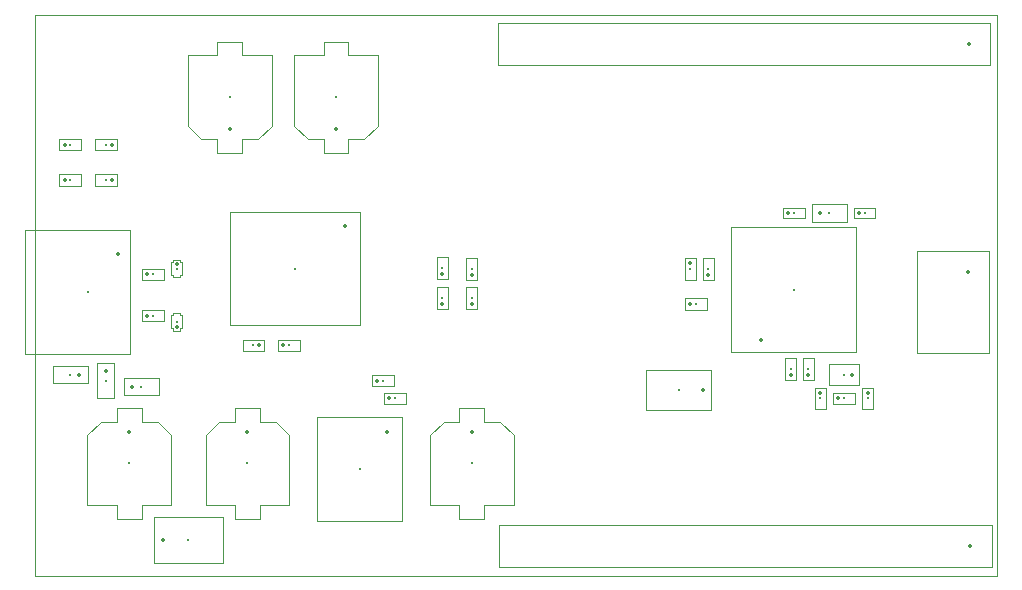
<source format=gbr>
%TF.GenerationSoftware,KiCad,Pcbnew,8.0.6*%
%TF.CreationDate,2025-04-05T02:41:31-04:00*%
%TF.ProjectId,intro_to_pcb,696e7472-6f5f-4746-9f5f-7063622e6b69,rev?*%
%TF.SameCoordinates,Original*%
%TF.FileFunction,Component,L1,Top*%
%TF.FilePolarity,Positive*%
%FSLAX46Y46*%
G04 Gerber Fmt 4.6, Leading zero omitted, Abs format (unit mm)*
G04 Created by KiCad (PCBNEW 8.0.6) date 2025-04-05 02:41:31*
%MOMM*%
%LPD*%
G01*
G04 APERTURE LIST*
%TA.AperFunction,ComponentMain*%
%ADD10C,0.300000*%
%TD*%
%TA.AperFunction,ComponentOutline,Courtyard*%
%ADD11C,0.100000*%
%TD*%
%TA.AperFunction,ComponentPin*%
%ADD12P,0.360000X4X0.000000*%
%TD*%
%TA.AperFunction,ComponentPin*%
%ADD13C,0.100000*%
%TD*%
%TA.AperFunction,Profile*%
%ADD14C,0.050000*%
%TD*%
G04 APERTURE END LIST*
D10*
%TO.C,J1*%
%TO.CFtp,USB_C_Receptacle_Palconn_UTC16-G*%
%TO.CVal,USB_C_Receptacle_USB2.0_16P*%
%TO.CLbN,Connector_USB*%
%TO.CMnt,SMD*%
%TO.CRot,-90*%
X106500000Y-123000000D03*
D11*
X110089999Y-117730001D02*
X110089999Y-128269999D01*
X101160001Y-128269999D01*
X101160001Y-117730001D01*
X110089999Y-117730001D01*
D12*
%TO.P,J1,A1,GND*%
X109010000Y-119800000D03*
D13*
%TO.P,J1,S1,SHIELD*%
X104260000Y-127320000D03*
X108430000Y-127320000D03*
X104260000Y-118680000D03*
X108430000Y-118680000D03*
%TO.P,J1,B12,GND*%
X109010000Y-119800000D03*
%TO.P,J1,B9,VBUS*%
X109010000Y-120600000D03*
%TO.P,J1,B8,SBU2*%
X109010000Y-121250000D03*
%TO.P,J1,B7,D-*%
X109010000Y-122250000D03*
%TO.P,J1,B6,D+*%
X109010000Y-123750000D03*
%TO.P,J1,B5,CC2*%
X109010000Y-124750000D03*
%TO.P,J1,B4,VBUS*%
X109010000Y-125400000D03*
%TO.P,J1,B1,GND*%
X109010000Y-126200000D03*
%TO.P,J1,A12,GND*%
X109010000Y-126200000D03*
%TO.P,J1,A9,VBUS*%
X109010000Y-125400000D03*
%TO.P,J1,A8,SBU1*%
X109010000Y-124250000D03*
%TO.P,J1,A7,D-*%
X109010000Y-123250000D03*
%TO.P,J1,A6,D+*%
X109010000Y-122750000D03*
%TO.P,J1,A5,CC1*%
X109010000Y-121750000D03*
%TO.P,J1,A4,VBUS*%
X109010000Y-120600000D03*
%TO.P,J1,*%
X107500000Y-125890000D03*
X107500000Y-120110000D03*
%TD*%
D10*
%TO.C,U2*%
%TO.CFtp,SOT-223*%
%TO.CVal,LM1117MP-ADJ*%
%TO.CLbN,Package_TO_SOT_SMD*%
%TO.CMnt,SMD*%
%TO.CRot,-90*%
X129500000Y-138000000D03*
D11*
X133099999Y-133600001D02*
X133099999Y-142399999D01*
X125900001Y-142399999D01*
X125900001Y-133600001D01*
X133099999Y-133600001D01*
D12*
%TO.P,U2,1,ADJ*%
X131800000Y-134850000D03*
D13*
%TO.P,U2,2,VO*%
X129500000Y-134850000D03*
%TO.P,U2,3,VI*%
X127200000Y-134850000D03*
%TO.P,U2,4*%
X129500000Y-141150000D03*
%TD*%
D10*
%TO.C,SW1*%
%TO.CFtp,SW_Push_SPST_NO_Alps_SKRK*%
%TO.CVal,SW_Push*%
%TO.CLbN,Button_Switch_SMD*%
%TO.CMnt,SMD*%
%TO.CRot,180*%
X156500000Y-131300000D03*
D11*
X159249999Y-129600001D02*
X159249999Y-132999999D01*
X153750001Y-132999999D01*
X153750001Y-129600001D01*
X159249999Y-129600001D01*
D12*
%TO.P,SW1,1,1*%
X158600000Y-131300000D03*
D13*
%TO.P,SW1,2,2*%
X154400000Y-131300000D03*
%TD*%
D10*
%TO.C,C6*%
%TO.CFtp,C_0402_1005Metric*%
%TO.CVal,18p*%
%TO.CLbN,Capacitor_SMD*%
%TO.CMnt,SMD*%
%TO.CRot,-90*%
X172500000Y-132000000D03*
D11*
X172959999Y-131090001D02*
X172959999Y-132909999D01*
X172040001Y-132909999D01*
X172040001Y-131090001D01*
X172959999Y-131090001D01*
D12*
%TO.P,C6,1*%
X172500000Y-131520000D03*
D13*
%TO.P,C6,2*%
X172500000Y-132480000D03*
%TD*%
D10*
%TO.C,C11*%
%TO.CFtp,CP_Elec_6.3x7.7*%
%TO.CVal,.1u*%
%TO.CLbN,Capacitor_SMD*%
%TO.CMnt,SMD*%
%TO.CRot,-90*%
X139000000Y-137500000D03*
D11*
X140049999Y-132800001D02*
X140049999Y-133950001D01*
X141399999Y-133950001D01*
X142549999Y-135100001D01*
X142549999Y-141049999D01*
X140049999Y-141049999D01*
X140049999Y-142199999D01*
X137950001Y-142199999D01*
X137950001Y-141049999D01*
X135450001Y-141049999D01*
X135450001Y-135100001D01*
X136600001Y-133950001D01*
X137950001Y-133950001D01*
X137950001Y-132800001D01*
X140049999Y-132800001D01*
D12*
%TO.P,C11,1*%
X139000000Y-134800000D03*
D13*
%TO.P,C11,2*%
X139000000Y-140200000D03*
%TD*%
D10*
%TO.C,C7*%
%TO.CFtp,C_0603_1608Metric*%
%TO.CVal,.01u*%
%TO.CLbN,Capacitor_SMD*%
%TO.CMnt,SMD*%
%TO.CRot,180*%
X105000000Y-130000000D03*
D11*
X106479999Y-129270001D02*
X106479999Y-130729999D01*
X103520001Y-130729999D01*
X103520001Y-129270001D01*
X106479999Y-129270001D01*
D12*
%TO.P,C7,1*%
X105775000Y-130000000D03*
D13*
%TO.P,C7,2*%
X104225000Y-130000000D03*
%TD*%
D10*
%TO.C,Y1*%
%TO.CFtp,Crystal_SMD_2012-2Pin_2.0x1.2mm*%
%TO.CVal,16MHz*%
%TO.CLbN,Crystal*%
%TO.CMnt,SMD*%
%TO.CRot,180*%
X170500000Y-130000000D03*
D11*
X171799999Y-129100001D02*
X171799999Y-130899999D01*
X169200001Y-130899999D01*
X169200001Y-129100001D01*
X171799999Y-129100001D01*
D12*
%TO.P,Y1,1,1*%
X171200000Y-130000000D03*
D13*
%TO.P,Y1,2,2*%
X169800000Y-130000000D03*
%TD*%
D10*
%TO.C,D5*%
%TO.CFtp,LED_0402_1005Metric*%
%TO.CVal,TX_LED*%
%TO.CLbN,LED_SMD*%
%TO.CMnt,SMD*%
%TO.CRot,90*%
X136500000Y-123485000D03*
D11*
X136969999Y-122555001D02*
X136969999Y-124414999D01*
X136030001Y-124414999D01*
X136030001Y-122555001D01*
X136969999Y-122555001D01*
D12*
%TO.P,D5,1,K*%
X136500000Y-123970000D03*
D13*
%TO.P,D5,2,A*%
X136500000Y-123000000D03*
%TD*%
D10*
%TO.C,J3*%
%TO.CFtp,PinHeader_1x16_P2.54mm_Vertical*%
%TO.CVal,Conn_01x16_Socket*%
%TO.CLbN,Connector_PinHeader_2.54mm*%
%TO.CMnt,TH*%
%TO.CRot,-90*%
X181200000Y-144500000D03*
D11*
X182999999Y-142700001D02*
X182999999Y-146299999D01*
X141300001Y-146299999D01*
X141300001Y-142700001D01*
X182999999Y-142700001D01*
D12*
%TO.P,J3,1,Pin_1*%
X181200000Y-144500000D03*
D13*
%TO.P,J3,2,Pin_2*%
X178660000Y-144500000D03*
%TO.P,J3,3,Pin_3*%
X176120000Y-144500000D03*
%TO.P,J3,4,Pin_4*%
X173580000Y-144500000D03*
%TO.P,J3,5,Pin_5*%
X171040000Y-144500000D03*
%TO.P,J3,6,Pin_6*%
X168500000Y-144500000D03*
%TO.P,J3,7,Pin_7*%
X165960000Y-144500000D03*
%TO.P,J3,8,Pin_8*%
X163420000Y-144500000D03*
%TO.P,J3,9,Pin_9*%
X160880000Y-144500000D03*
%TO.P,J3,10,Pin_10*%
X158340000Y-144500000D03*
%TO.P,J3,11,Pin_11*%
X155800000Y-144500000D03*
%TO.P,J3,12,Pin_12*%
X153260000Y-144500000D03*
%TO.P,J3,13,Pin_13*%
X150720000Y-144500000D03*
%TO.P,J3,14,Pin_14*%
X148180000Y-144500000D03*
%TO.P,J3,15,Pin_15*%
X145640000Y-144500000D03*
%TO.P,J3,16,Pin_16*%
X143100000Y-144500000D03*
%TD*%
D10*
%TO.C,D4*%
%TO.CFtp,LED_0402_1005Metric*%
%TO.CVal,LED*%
%TO.CLbN,LED_SMD*%
%TO.CMnt,SMD*%
%TO.CRot,0*%
X105000000Y-110500000D03*
D11*
X105929999Y-110030001D02*
X105929999Y-110969999D01*
X104070001Y-110969999D01*
X104070001Y-110030001D01*
X105929999Y-110030001D01*
D12*
%TO.P,D4,1,K*%
X104515000Y-110500000D03*
D13*
%TO.P,D4,2,A*%
X105485000Y-110500000D03*
%TD*%
D10*
%TO.C,R5*%
%TO.CFtp,R_0402_1005Metric*%
%TO.CVal,5.1k*%
%TO.CLbN,Resistor_SMD*%
%TO.CMnt,SMD*%
%TO.CRot,0*%
X112000000Y-125000000D03*
D11*
X112929999Y-124530001D02*
X112929999Y-125469999D01*
X111070001Y-125469999D01*
X111070001Y-124530001D01*
X112929999Y-124530001D01*
D12*
%TO.P,R5,1*%
X111490000Y-125000000D03*
D13*
%TO.P,R5,2*%
X112510000Y-125000000D03*
%TD*%
D10*
%TO.C,R6*%
%TO.CFtp,R_0402_1005Metric*%
%TO.CVal,5.1k*%
%TO.CLbN,Resistor_SMD*%
%TO.CMnt,SMD*%
%TO.CRot,0*%
X112000000Y-121500000D03*
D11*
X112929999Y-121030001D02*
X112929999Y-121969999D01*
X111070001Y-121969999D01*
X111070001Y-121030001D01*
X112929999Y-121030001D01*
D12*
%TO.P,R6,1*%
X111490000Y-121500000D03*
D13*
%TO.P,R6,2*%
X112510000Y-121500000D03*
%TD*%
D10*
%TO.C,D2*%
%TO.CFtp,D_SOD-923*%
%TO.CVal,ESD9B5.0ST5G*%
%TO.CLbN,Diode_SMD*%
%TO.CMnt,SMD*%
%TO.CRot,-90*%
X114000000Y-121000000D03*
D11*
X114279999Y-120250001D02*
X114279999Y-120450001D01*
X114449999Y-120450001D01*
X114449999Y-121549999D01*
X114279999Y-121549999D01*
X114279999Y-121749999D01*
X113720001Y-121749999D01*
X113720001Y-121549999D01*
X113550001Y-121549999D01*
X113550001Y-120450001D01*
X113720001Y-120450001D01*
X113720001Y-120250001D01*
X114279999Y-120250001D01*
D12*
%TO.P,D2,1,A1*%
X114000000Y-120580000D03*
D13*
%TO.P,D2,2,A2*%
X114000000Y-121420000D03*
%TD*%
D10*
%TO.C,R4*%
%TO.CFtp,R_0402_1005Metric*%
%TO.CVal,R*%
%TO.CLbN,Resistor_SMD*%
%TO.CMnt,SMD*%
%TO.CRot,-90*%
X157500000Y-121000000D03*
D11*
X157969999Y-120070001D02*
X157969999Y-121929999D01*
X157030001Y-121929999D01*
X157030001Y-120070001D01*
X157969999Y-120070001D01*
D12*
%TO.P,R4,1*%
X157500000Y-120490000D03*
D13*
%TO.P,R4,2*%
X157500000Y-121510000D03*
%TD*%
D10*
%TO.C,C1*%
%TO.CFtp,C_0402_1005Metric*%
%TO.CVal,.1u*%
%TO.CLbN,Capacitor_SMD*%
%TO.CMnt,SMD*%
%TO.CRot,0*%
X166270000Y-116300000D03*
D11*
X167179999Y-115840001D02*
X167179999Y-116759999D01*
X165360001Y-116759999D01*
X165360001Y-115840001D01*
X167179999Y-115840001D01*
D12*
%TO.P,C1,1*%
X165790000Y-116300000D03*
D13*
%TO.P,C1,2*%
X166750000Y-116300000D03*
%TD*%
D10*
%TO.C,J4*%
%TO.CFtp,PinSocket_2x03_P2.54mm_Vertical*%
%TO.CVal,ISCP*%
%TO.CLbN,Connector_PinSocket_2.54mm*%
%TO.CMnt,TH*%
%TO.CRot,0*%
X181000000Y-121275000D03*
D11*
X182759999Y-119475001D02*
X182759999Y-128124999D01*
X176660001Y-128124999D01*
X176660001Y-119475001D01*
X182759999Y-119475001D01*
D12*
%TO.P,J4,1,Pin_1*%
X181000000Y-121275000D03*
D13*
%TO.P,J4,2,Pin_2*%
X178460000Y-121275000D03*
%TO.P,J4,3,Pin_3*%
X181000000Y-123815000D03*
%TO.P,J4,4,Pin_4*%
X178460000Y-123815000D03*
%TO.P,J4,5,Pin_5*%
X181000000Y-126355000D03*
%TO.P,J4,6,Pin_6*%
X178460000Y-126355000D03*
%TD*%
D10*
%TO.C,C2*%
%TO.CFtp,C_0402_1005Metric*%
%TO.CVal,.1u*%
%TO.CLbN,Capacitor_SMD*%
%TO.CMnt,SMD*%
%TO.CRot,0*%
X172250000Y-116300000D03*
D11*
X173159999Y-115840001D02*
X173159999Y-116759999D01*
X171340001Y-116759999D01*
X171340001Y-115840001D01*
X173159999Y-115840001D01*
D12*
%TO.P,C2,1*%
X171770000Y-116300000D03*
D13*
%TO.P,C2,2*%
X172730000Y-116300000D03*
%TD*%
D10*
%TO.C,R11*%
%TO.CFtp,R_0402_1005Metric*%
%TO.CVal,150*%
%TO.CLbN,Resistor_SMD*%
%TO.CMnt,SMD*%
%TO.CRot,90*%
X136500000Y-120985000D03*
D11*
X136969999Y-120055001D02*
X136969999Y-121914999D01*
X136030001Y-121914999D01*
X136030001Y-120055001D01*
X136969999Y-120055001D01*
D12*
%TO.P,R11,1*%
X136500000Y-121495000D03*
D13*
%TO.P,R11,2*%
X136500000Y-120475000D03*
%TD*%
D10*
%TO.C,C10*%
%TO.CFtp,CP_Elec_6.3x7.7*%
%TO.CVal,10u*%
%TO.CLbN,Capacitor_SMD*%
%TO.CMnt,SMD*%
%TO.CRot,-90*%
X120000000Y-137500000D03*
D11*
X121049999Y-132800001D02*
X121049999Y-133950001D01*
X122399999Y-133950001D01*
X123549999Y-135100001D01*
X123549999Y-141049999D01*
X121049999Y-141049999D01*
X121049999Y-142199999D01*
X118950001Y-142199999D01*
X118950001Y-141049999D01*
X116450001Y-141049999D01*
X116450001Y-135100001D01*
X117600001Y-133950001D01*
X118950001Y-133950001D01*
X118950001Y-132800001D01*
X121049999Y-132800001D01*
D12*
%TO.P,C10,1*%
X120000000Y-134800000D03*
D13*
%TO.P,C10,2*%
X120000000Y-140200000D03*
%TD*%
D10*
%TO.C,C13*%
%TO.CFtp,C_0402_1005Metric*%
%TO.CVal,.1u*%
%TO.CLbN,Capacitor_SMD*%
%TO.CMnt,SMD*%
%TO.CRot,0*%
X123500000Y-127500000D03*
D11*
X124409999Y-127040001D02*
X124409999Y-127959999D01*
X122590001Y-127959999D01*
X122590001Y-127040001D01*
X124409999Y-127040001D01*
D12*
%TO.P,C13,1*%
X123020000Y-127500000D03*
D13*
%TO.P,C13,2*%
X123980000Y-127500000D03*
%TD*%
D10*
%TO.C,FB1*%
%TO.CFtp,L_0603_1608Metric*%
%TO.CVal,120*%
%TO.CLbN,Inductor_SMD*%
%TO.CMnt,SMD*%
%TO.CRot,-90*%
X108000000Y-130500000D03*
D11*
X108729999Y-129020001D02*
X108729999Y-131979999D01*
X107270001Y-131979999D01*
X107270001Y-129020001D01*
X108729999Y-129020001D01*
D12*
%TO.P,FB1,1*%
X108000000Y-129712500D03*
D13*
%TO.P,FB1,2*%
X108000000Y-131287500D03*
%TD*%
D10*
%TO.C,R12*%
%TO.CFtp,R_0402_1005Metric*%
%TO.CVal,150*%
%TO.CLbN,Resistor_SMD*%
%TO.CMnt,SMD*%
%TO.CRot,90*%
X139000000Y-121000000D03*
D11*
X139469999Y-120070001D02*
X139469999Y-121929999D01*
X138530001Y-121929999D01*
X138530001Y-120070001D01*
X139469999Y-120070001D01*
D12*
%TO.P,R12,1*%
X139000000Y-121510000D03*
D13*
%TO.P,R12,2*%
X139000000Y-120490000D03*
%TD*%
D10*
%TO.C,C3*%
%TO.CFtp,C_0402_1005Metric*%
%TO.CVal,.1u*%
%TO.CLbN,Capacitor_SMD*%
%TO.CMnt,SMD*%
%TO.CRot,90*%
X166000000Y-129500000D03*
D11*
X166459999Y-128590001D02*
X166459999Y-130409999D01*
X165540001Y-130409999D01*
X165540001Y-128590001D01*
X166459999Y-128590001D01*
D12*
%TO.P,C3,1*%
X166000000Y-129980000D03*
D13*
%TO.P,C3,2*%
X166000000Y-129020000D03*
%TD*%
D10*
%TO.C,D6*%
%TO.CFtp,LED_0402_1005Metric*%
%TO.CVal,RX_LED*%
%TO.CLbN,LED_SMD*%
%TO.CMnt,SMD*%
%TO.CRot,90*%
X139000000Y-123500000D03*
D11*
X139469999Y-122570001D02*
X139469999Y-124429999D01*
X138530001Y-124429999D01*
X138530001Y-122570001D01*
X139469999Y-122570001D01*
D12*
%TO.P,D6,1,K*%
X139000000Y-123985000D03*
D13*
%TO.P,D6,2,A*%
X139000000Y-123015000D03*
%TD*%
D10*
%TO.C,R2*%
%TO.CFtp,R_0402_1005Metric*%
%TO.CVal,1M*%
%TO.CLbN,Resistor_SMD*%
%TO.CMnt,SMD*%
%TO.CRot,0*%
X170500000Y-132000000D03*
D11*
X171429999Y-131530001D02*
X171429999Y-132469999D01*
X169570001Y-132469999D01*
X169570001Y-131530001D01*
X171429999Y-131530001D01*
D12*
%TO.P,R2,1*%
X169990000Y-132000000D03*
D13*
%TO.P,R2,2*%
X171010000Y-132000000D03*
%TD*%
D10*
%TO.C,D1*%
%TO.CFtp,D_SOD-923*%
%TO.CVal,ESD9B5.0ST5G*%
%TO.CLbN,Diode_SMD*%
%TO.CMnt,SMD*%
%TO.CRot,90*%
X114000000Y-125500000D03*
D11*
X114279999Y-124750001D02*
X114279999Y-124950001D01*
X114449999Y-124950001D01*
X114449999Y-126049999D01*
X114279999Y-126049999D01*
X114279999Y-126249999D01*
X113720001Y-126249999D01*
X113720001Y-126049999D01*
X113550001Y-126049999D01*
X113550001Y-124950001D01*
X113720001Y-124950001D01*
X113720001Y-124750001D01*
X114279999Y-124750001D01*
D12*
%TO.P,D1,1,A1*%
X114000000Y-125920000D03*
D13*
%TO.P,D1,2,A2*%
X114000000Y-125080000D03*
%TD*%
D10*
%TO.C,U1*%
%TO.CFtp,TQFP-32_7x7mm_P0.8mm*%
%TO.CVal,ATmega328P-A*%
%TO.CLbN,Package_QFP*%
%TO.CMnt,SMD*%
%TO.CRot,90*%
X166250000Y-122800000D03*
D11*
X171549999Y-117500001D02*
X171549999Y-128099999D01*
X160950001Y-128099999D01*
X160950001Y-117500001D01*
X171549999Y-117500001D01*
D12*
%TO.P,U1,1,PD3*%
X163450000Y-127050000D03*
D13*
%TO.P,U1,2,PD4*%
X164250000Y-127050000D03*
%TO.P,U1,3,GND*%
X165050000Y-127050000D03*
%TO.P,U1,4,VCC*%
X165850000Y-127050000D03*
%TO.P,U1,5,GND*%
X166650000Y-127050000D03*
%TO.P,U1,6,VCC*%
X167450000Y-127050000D03*
%TO.P,U1,7,XTAL1/PB6*%
X168250000Y-127050000D03*
%TO.P,U1,8,XTAL2/PB7*%
X169050000Y-127050000D03*
%TO.P,U1,9,PD5*%
X170500000Y-125600000D03*
%TO.P,U1,10,PD6*%
X170500000Y-124800000D03*
%TO.P,U1,11,PD7*%
X170500000Y-124000000D03*
%TO.P,U1,12,PB0*%
X170500000Y-123200000D03*
%TO.P,U1,13,PB1*%
X170500000Y-122400000D03*
%TO.P,U1,14,PB2*%
X170500000Y-121600000D03*
%TO.P,U1,15,PB3*%
X170500000Y-120800000D03*
%TO.P,U1,16,PB4*%
X170500000Y-120000000D03*
%TO.P,U1,17,PB5*%
X169050000Y-118550000D03*
%TO.P,U1,18,AVCC*%
X168250000Y-118550000D03*
%TO.P,U1,19,ADC6*%
X167450000Y-118550000D03*
%TO.P,U1,20,AREF*%
X166650000Y-118550000D03*
%TO.P,U1,21,GND*%
X165850000Y-118550000D03*
%TO.P,U1,22,ADC7*%
X165050000Y-118550000D03*
%TO.P,U1,23,PC0*%
X164250000Y-118550000D03*
%TO.P,U1,24,PC1*%
X163450000Y-118550000D03*
%TO.P,U1,25,PC2*%
X162000000Y-120000000D03*
%TO.P,U1,26,PC3*%
X162000000Y-120800000D03*
%TO.P,U1,27,PC4*%
X162000000Y-121600000D03*
%TO.P,U1,28,PC5*%
X162000000Y-122400000D03*
%TO.P,U1,29,~{RESET}/PC6*%
X162000000Y-123200000D03*
%TO.P,U1,30,PD0*%
X162000000Y-124000000D03*
%TO.P,U1,31,PD1*%
X162000000Y-124800000D03*
%TO.P,U1,32,PD2*%
X162000000Y-125600000D03*
%TD*%
D10*
%TO.C,R3*%
%TO.CFtp,R_0402_1005Metric*%
%TO.CVal,R*%
%TO.CLbN,Resistor_SMD*%
%TO.CMnt,SMD*%
%TO.CRot,90*%
X159000000Y-121000000D03*
D11*
X159469999Y-120070001D02*
X159469999Y-121929999D01*
X158530001Y-121929999D01*
X158530001Y-120070001D01*
X159469999Y-120070001D01*
D12*
%TO.P,R3,1*%
X159000000Y-121510000D03*
D13*
%TO.P,R3,2*%
X159000000Y-120490000D03*
%TD*%
D10*
%TO.C,R10*%
%TO.CFtp,R_0402_1005Metric*%
%TO.CVal,70*%
%TO.CLbN,Resistor_SMD*%
%TO.CMnt,SMD*%
%TO.CRot,180*%
X108000000Y-110500000D03*
D11*
X108929999Y-110030001D02*
X108929999Y-110969999D01*
X107070001Y-110969999D01*
X107070001Y-110030001D01*
X108929999Y-110030001D01*
D12*
%TO.P,R10,1*%
X108510000Y-110500000D03*
D13*
%TO.P,R10,2*%
X107490000Y-110500000D03*
%TD*%
D10*
%TO.C,C14*%
%TO.CFtp,CP_Elec_6.3x7.7*%
%TO.CVal,4.7u*%
%TO.CLbN,Capacitor_SMD*%
%TO.CMnt,SMD*%
%TO.CRot,90*%
X118500000Y-106500000D03*
D11*
X119549999Y-101800001D02*
X119549999Y-102950001D01*
X122049999Y-102950001D01*
X122049999Y-108899999D01*
X120899999Y-110049999D01*
X119549999Y-110049999D01*
X119549999Y-111199999D01*
X117450001Y-111199999D01*
X117450001Y-110049999D01*
X116100001Y-110049999D01*
X114950001Y-108899999D01*
X114950001Y-102950001D01*
X117450001Y-102950001D01*
X117450001Y-101800001D01*
X119549999Y-101800001D01*
D12*
%TO.P,C14,1*%
X118500000Y-109200000D03*
D13*
%TO.P,C14,2*%
X118500000Y-103800000D03*
%TD*%
D10*
%TO.C,C15*%
%TO.CFtp,CP_Elec_6.3x7.7*%
%TO.CVal,.1u*%
%TO.CLbN,Capacitor_SMD*%
%TO.CMnt,SMD*%
%TO.CRot,90*%
X127500000Y-106500000D03*
D11*
X128549999Y-101800001D02*
X128549999Y-102950001D01*
X131049999Y-102950001D01*
X131049999Y-108899999D01*
X129899999Y-110049999D01*
X128549999Y-110049999D01*
X128549999Y-111199999D01*
X126450001Y-111199999D01*
X126450001Y-110049999D01*
X125100001Y-110049999D01*
X123950001Y-108899999D01*
X123950001Y-102950001D01*
X126450001Y-102950001D01*
X126450001Y-101800001D01*
X128549999Y-101800001D01*
D12*
%TO.P,C15,1*%
X127500000Y-109200000D03*
D13*
%TO.P,C15,2*%
X127500000Y-103800000D03*
%TD*%
D10*
%TO.C,C8*%
%TO.CFtp,C_0603_1608Metric*%
%TO.CVal,.1u*%
%TO.CLbN,Capacitor_SMD*%
%TO.CMnt,SMD*%
%TO.CRot,0*%
X111000000Y-131000000D03*
D11*
X112479999Y-130270001D02*
X112479999Y-131729999D01*
X109520001Y-131729999D01*
X109520001Y-130270001D01*
X112479999Y-130270001D01*
D12*
%TO.P,C8,1*%
X110225000Y-131000000D03*
D13*
%TO.P,C8,2*%
X111775000Y-131000000D03*
%TD*%
D10*
%TO.C,J2*%
%TO.CFtp,PinHeader_1x16_P2.54mm_Vertical*%
%TO.CVal,Conn_01x16_Socket*%
%TO.CLbN,Connector_PinHeader_2.54mm*%
%TO.CMnt,TH*%
%TO.CRot,-90*%
X181100000Y-102000000D03*
D11*
X182899999Y-100200001D02*
X182899999Y-103799999D01*
X141200001Y-103799999D01*
X141200001Y-100200001D01*
X182899999Y-100200001D01*
D12*
%TO.P,J2,1,Pin_1*%
X181100000Y-102000000D03*
D13*
%TO.P,J2,2,Pin_2*%
X178560000Y-102000000D03*
%TO.P,J2,3,Pin_3*%
X176020000Y-102000000D03*
%TO.P,J2,4,Pin_4*%
X173480000Y-102000000D03*
%TO.P,J2,5,Pin_5*%
X170940000Y-102000000D03*
%TO.P,J2,6,Pin_6*%
X168400000Y-102000000D03*
%TO.P,J2,7,Pin_7*%
X165860000Y-102000000D03*
%TO.P,J2,8,Pin_8*%
X163320000Y-102000000D03*
%TO.P,J2,9,Pin_9*%
X160780000Y-102000000D03*
%TO.P,J2,10,Pin_10*%
X158240000Y-102000000D03*
%TO.P,J2,11,Pin_11*%
X155700000Y-102000000D03*
%TO.P,J2,12,Pin_12*%
X153160000Y-102000000D03*
%TO.P,J2,13,Pin_13*%
X150620000Y-102000000D03*
%TO.P,J2,14,Pin_14*%
X148080000Y-102000000D03*
%TO.P,J2,15,Pin_15*%
X145540000Y-102000000D03*
%TO.P,J2,16,Pin_16*%
X143000000Y-102000000D03*
%TD*%
D10*
%TO.C,C4*%
%TO.CFtp,C_0402_1005Metric*%
%TO.CVal,.1u*%
%TO.CLbN,Capacitor_SMD*%
%TO.CMnt,SMD*%
%TO.CRot,90*%
X167500000Y-129500000D03*
D11*
X167959999Y-128590001D02*
X167959999Y-130409999D01*
X167040001Y-130409999D01*
X167040001Y-128590001D01*
X167959999Y-128590001D01*
D12*
%TO.P,C4,1*%
X167500000Y-129980000D03*
D13*
%TO.P,C4,2*%
X167500000Y-129020000D03*
%TD*%
D10*
%TO.C,D3*%
%TO.CFtp,LED_0402_1005Metric*%
%TO.CVal,LED*%
%TO.CLbN,LED_SMD*%
%TO.CMnt,SMD*%
%TO.CRot,0*%
X105000000Y-113500000D03*
D11*
X105929999Y-113030001D02*
X105929999Y-113969999D01*
X104070001Y-113969999D01*
X104070001Y-113030001D01*
X105929999Y-113030001D01*
D12*
%TO.P,D3,1,K*%
X104515000Y-113500000D03*
D13*
%TO.P,D3,2,A*%
X105485000Y-113500000D03*
%TD*%
D10*
%TO.C,R8*%
%TO.CFtp,R_0402_1005Metric*%
%TO.CVal,200*%
%TO.CLbN,Resistor_SMD*%
%TO.CMnt,SMD*%
%TO.CRot,0*%
X132500000Y-132000000D03*
D11*
X133429999Y-131530001D02*
X133429999Y-132469999D01*
X131570001Y-132469999D01*
X131570001Y-131530001D01*
X133429999Y-131530001D01*
D12*
%TO.P,R8,1*%
X131990000Y-132000000D03*
D13*
%TO.P,R8,2*%
X133010000Y-132000000D03*
%TD*%
D10*
%TO.C,C5*%
%TO.CFtp,C_0402_1005Metric*%
%TO.CVal,18p*%
%TO.CLbN,Capacitor_SMD*%
%TO.CMnt,SMD*%
%TO.CRot,-90*%
X168500000Y-132000000D03*
D11*
X168959999Y-131090001D02*
X168959999Y-132909999D01*
X168040001Y-132909999D01*
X168040001Y-131090001D01*
X168959999Y-131090001D01*
D12*
%TO.P,C5,1*%
X168500000Y-131520000D03*
D13*
%TO.P,C5,2*%
X168500000Y-132480000D03*
%TD*%
D10*
%TO.C,R7*%
%TO.CFtp,R_0402_1005Metric*%
%TO.CVal,121*%
%TO.CLbN,Resistor_SMD*%
%TO.CMnt,SMD*%
%TO.CRot,0*%
X131490000Y-130500000D03*
D11*
X132419999Y-130030001D02*
X132419999Y-130969999D01*
X130560001Y-130969999D01*
X130560001Y-130030001D01*
X132419999Y-130030001D01*
D12*
%TO.P,R7,1*%
X130980000Y-130500000D03*
D13*
%TO.P,R7,2*%
X132000000Y-130500000D03*
%TD*%
D10*
%TO.C,C12*%
%TO.CFtp,C_0402_1005Metric*%
%TO.CVal,.1u*%
%TO.CLbN,Capacitor_SMD*%
%TO.CMnt,SMD*%
%TO.CRot,180*%
X120500000Y-127500000D03*
D11*
X121409999Y-127040001D02*
X121409999Y-127959999D01*
X119590001Y-127959999D01*
X119590001Y-127040001D01*
X121409999Y-127040001D01*
D12*
%TO.P,C12,1*%
X120980000Y-127500000D03*
D13*
%TO.P,C12,2*%
X120020000Y-127500000D03*
%TD*%
D10*
%TO.C,L1*%
%TO.CFtp,L_0603_1608Metric*%
%TO.CVal,10u*%
%TO.CLbN,Inductor_SMD*%
%TO.CMnt,SMD*%
%TO.CRot,0*%
X169250000Y-116300000D03*
D11*
X170729999Y-115570001D02*
X170729999Y-117029999D01*
X167770001Y-117029999D01*
X167770001Y-115570001D01*
X170729999Y-115570001D01*
D12*
%TO.P,L1,1,1*%
X168462500Y-116300000D03*
D13*
%TO.P,L1,2,2*%
X170037500Y-116300000D03*
%TD*%
D10*
%TO.C,C9*%
%TO.CFtp,CP_Elec_6.3x7.7*%
%TO.CVal,4.7u*%
%TO.CLbN,Capacitor_SMD*%
%TO.CMnt,SMD*%
%TO.CRot,-90*%
X110000000Y-137500000D03*
D11*
X111049999Y-132800001D02*
X111049999Y-133950001D01*
X112399999Y-133950001D01*
X113549999Y-135100001D01*
X113549999Y-141049999D01*
X111049999Y-141049999D01*
X111049999Y-142199999D01*
X108950001Y-142199999D01*
X108950001Y-141049999D01*
X106450001Y-141049999D01*
X106450001Y-135100001D01*
X107600001Y-133950001D01*
X108950001Y-133950001D01*
X108950001Y-132800001D01*
X111049999Y-132800001D01*
D12*
%TO.P,C9,1*%
X110000000Y-134800000D03*
D13*
%TO.P,C9,2*%
X110000000Y-140200000D03*
%TD*%
D10*
%TO.C,R1*%
%TO.CFtp,R_0402_1005Metric*%
%TO.CVal,10k*%
%TO.CLbN,Resistor_SMD*%
%TO.CMnt,SMD*%
%TO.CRot,0*%
X158000000Y-124000000D03*
D11*
X158929999Y-123530001D02*
X158929999Y-124469999D01*
X157070001Y-124469999D01*
X157070001Y-123530001D01*
X158929999Y-123530001D01*
D12*
%TO.P,R1,1*%
X157490000Y-124000000D03*
D13*
%TO.P,R1,2*%
X158510000Y-124000000D03*
%TD*%
D10*
%TO.C,R9*%
%TO.CFtp,R_0402_1005Metric*%
%TO.CVal,155*%
%TO.CLbN,Resistor_SMD*%
%TO.CMnt,SMD*%
%TO.CRot,180*%
X108000000Y-113500000D03*
D11*
X108929999Y-113030001D02*
X108929999Y-113969999D01*
X107070001Y-113969999D01*
X107070001Y-113030001D01*
X108929999Y-113030001D01*
D12*
%TO.P,R9,1*%
X108510000Y-113500000D03*
D13*
%TO.P,R9,2*%
X107490000Y-113500000D03*
%TD*%
D10*
%TO.C,F1*%
%TO.CFtp,Fuse_1812_4532Metric*%
%TO.CVal,500mA*%
%TO.CLbN,Fuse*%
%TO.CMnt,SMD*%
%TO.CRot,0*%
X115000000Y-144000000D03*
D11*
X117949999Y-142050001D02*
X117949999Y-145949999D01*
X112050001Y-145949999D01*
X112050001Y-142050001D01*
X117949999Y-142050001D01*
D12*
%TO.P,F1,1*%
X112862500Y-144000000D03*
D13*
%TO.P,F1,2*%
X117137500Y-144000000D03*
%TD*%
D10*
%TO.C,U3*%
%TO.CFtp,SSOP-28_5.3x10.2mm_P0.65mm*%
%TO.CVal,FT232RL*%
%TO.CLbN,Package_SO*%
%TO.CMnt,SMD*%
%TO.CRot,-90*%
X124000000Y-121000000D03*
D11*
X129499999Y-116250001D02*
X129499999Y-125749999D01*
X118500001Y-125749999D01*
X118500001Y-116250001D01*
X129499999Y-116250001D01*
D12*
%TO.P,U3,1,TXD*%
X128225000Y-117400000D03*
D13*
%TO.P,U3,2,DTR*%
X127575000Y-117400000D03*
%TO.P,U3,3,RTS*%
X126925000Y-117400000D03*
%TO.P,U3,4,VCCIO*%
X126275000Y-117400000D03*
%TO.P,U3,5,RXD*%
X125625000Y-117400000D03*
%TO.P,U3,6,RI*%
X124975000Y-117400000D03*
%TO.P,U3,7,GND*%
X124325000Y-117400000D03*
%TO.P,U3,8*%
X123675000Y-117400000D03*
%TO.P,U3,9,DCR*%
X123025000Y-117400000D03*
%TO.P,U3,10,DCD*%
X122375000Y-117400000D03*
%TO.P,U3,11,CTS*%
X121725000Y-117400000D03*
%TO.P,U3,12,CBUS4*%
X121075000Y-117400000D03*
%TO.P,U3,13,CBUS2*%
X120425000Y-117400000D03*
%TO.P,U3,14,CBUS3*%
X119775000Y-117400000D03*
%TO.P,U3,15,USBD+*%
X119775000Y-124600000D03*
%TO.P,U3,16,USBD-*%
X120425000Y-124600000D03*
%TO.P,U3,17,3V3OUT*%
X121075000Y-124600000D03*
%TO.P,U3,18,GND*%
X121725000Y-124600000D03*
%TO.P,U3,19,~{RESET}*%
X122375000Y-124600000D03*
%TO.P,U3,20,VCC*%
X123025000Y-124600000D03*
%TO.P,U3,21,GND*%
X123675000Y-124600000D03*
%TO.P,U3,22,CBUS1*%
X124325000Y-124600000D03*
%TO.P,U3,23,CBUS0*%
X124975000Y-124600000D03*
%TO.P,U3,24*%
X125625000Y-124600000D03*
%TO.P,U3,25,AGND*%
X126275000Y-124600000D03*
%TO.P,U3,26,TEST*%
X126925000Y-124600000D03*
%TO.P,U3,27,OSCI*%
X127575000Y-124600000D03*
%TO.P,U3,28,OSCO*%
X128225000Y-124600000D03*
%TD*%
D14*
X183500000Y-147000000D02*
X102000000Y-147000000D01*
X102000000Y-99500000D01*
X183500000Y-99500000D01*
X183500000Y-147000000D01*
M02*

</source>
